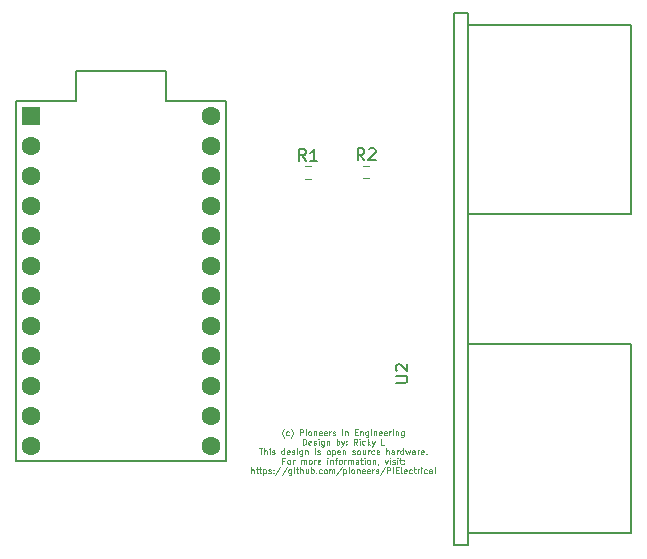
<source format=gbr>
%TF.GenerationSoftware,KiCad,Pcbnew,(6.0.1)*%
%TF.CreationDate,2023-03-08T21:06:12-08:00*%
%TF.ProjectId,Ultrasonic,556c7472-6173-46f6-9e69-632e6b696361,rev?*%
%TF.SameCoordinates,Original*%
%TF.FileFunction,Legend,Top*%
%TF.FilePolarity,Positive*%
%FSLAX46Y46*%
G04 Gerber Fmt 4.6, Leading zero omitted, Abs format (unit mm)*
G04 Created by KiCad (PCBNEW (6.0.1)) date 2023-03-08 21:06:12*
%MOMM*%
%LPD*%
G01*
G04 APERTURE LIST*
%ADD10C,0.125000*%
%ADD11C,0.150000*%
%ADD12C,0.127000*%
%ADD13C,0.120000*%
%ADD14R,1.600000X1.600000*%
%ADD15C,1.600000*%
G04 APERTURE END LIST*
D10*
X153111904Y-104206666D02*
X153088095Y-104182857D01*
X153040476Y-104111428D01*
X153016666Y-104063809D01*
X152992857Y-103992380D01*
X152969047Y-103873333D01*
X152969047Y-103778095D01*
X152992857Y-103659047D01*
X153016666Y-103587619D01*
X153040476Y-103540000D01*
X153088095Y-103468571D01*
X153111904Y-103444761D01*
X153516666Y-103992380D02*
X153469047Y-104016190D01*
X153373809Y-104016190D01*
X153326190Y-103992380D01*
X153302380Y-103968571D01*
X153278571Y-103920952D01*
X153278571Y-103778095D01*
X153302380Y-103730476D01*
X153326190Y-103706666D01*
X153373809Y-103682857D01*
X153469047Y-103682857D01*
X153516666Y-103706666D01*
X153683333Y-104206666D02*
X153707142Y-104182857D01*
X153754761Y-104111428D01*
X153778571Y-104063809D01*
X153802380Y-103992380D01*
X153826190Y-103873333D01*
X153826190Y-103778095D01*
X153802380Y-103659047D01*
X153778571Y-103587619D01*
X153754761Y-103540000D01*
X153707142Y-103468571D01*
X153683333Y-103444761D01*
X154445238Y-104016190D02*
X154445238Y-103516190D01*
X154635714Y-103516190D01*
X154683333Y-103540000D01*
X154707142Y-103563809D01*
X154730952Y-103611428D01*
X154730952Y-103682857D01*
X154707142Y-103730476D01*
X154683333Y-103754285D01*
X154635714Y-103778095D01*
X154445238Y-103778095D01*
X154945238Y-104016190D02*
X154945238Y-103682857D01*
X154945238Y-103516190D02*
X154921428Y-103540000D01*
X154945238Y-103563809D01*
X154969047Y-103540000D01*
X154945238Y-103516190D01*
X154945238Y-103563809D01*
X155254761Y-104016190D02*
X155207142Y-103992380D01*
X155183333Y-103968571D01*
X155159523Y-103920952D01*
X155159523Y-103778095D01*
X155183333Y-103730476D01*
X155207142Y-103706666D01*
X155254761Y-103682857D01*
X155326190Y-103682857D01*
X155373809Y-103706666D01*
X155397619Y-103730476D01*
X155421428Y-103778095D01*
X155421428Y-103920952D01*
X155397619Y-103968571D01*
X155373809Y-103992380D01*
X155326190Y-104016190D01*
X155254761Y-104016190D01*
X155635714Y-103682857D02*
X155635714Y-104016190D01*
X155635714Y-103730476D02*
X155659523Y-103706666D01*
X155707142Y-103682857D01*
X155778571Y-103682857D01*
X155826190Y-103706666D01*
X155850000Y-103754285D01*
X155850000Y-104016190D01*
X156278571Y-103992380D02*
X156230952Y-104016190D01*
X156135714Y-104016190D01*
X156088095Y-103992380D01*
X156064285Y-103944761D01*
X156064285Y-103754285D01*
X156088095Y-103706666D01*
X156135714Y-103682857D01*
X156230952Y-103682857D01*
X156278571Y-103706666D01*
X156302380Y-103754285D01*
X156302380Y-103801904D01*
X156064285Y-103849523D01*
X156707142Y-103992380D02*
X156659523Y-104016190D01*
X156564285Y-104016190D01*
X156516666Y-103992380D01*
X156492857Y-103944761D01*
X156492857Y-103754285D01*
X156516666Y-103706666D01*
X156564285Y-103682857D01*
X156659523Y-103682857D01*
X156707142Y-103706666D01*
X156730952Y-103754285D01*
X156730952Y-103801904D01*
X156492857Y-103849523D01*
X156945238Y-104016190D02*
X156945238Y-103682857D01*
X156945238Y-103778095D02*
X156969047Y-103730476D01*
X156992857Y-103706666D01*
X157040476Y-103682857D01*
X157088095Y-103682857D01*
X157230952Y-103992380D02*
X157278571Y-104016190D01*
X157373809Y-104016190D01*
X157421428Y-103992380D01*
X157445238Y-103944761D01*
X157445238Y-103920952D01*
X157421428Y-103873333D01*
X157373809Y-103849523D01*
X157302380Y-103849523D01*
X157254761Y-103825714D01*
X157230952Y-103778095D01*
X157230952Y-103754285D01*
X157254761Y-103706666D01*
X157302380Y-103682857D01*
X157373809Y-103682857D01*
X157421428Y-103706666D01*
X158040476Y-104016190D02*
X158040476Y-103516190D01*
X158278571Y-103682857D02*
X158278571Y-104016190D01*
X158278571Y-103730476D02*
X158302380Y-103706666D01*
X158350000Y-103682857D01*
X158421428Y-103682857D01*
X158469047Y-103706666D01*
X158492857Y-103754285D01*
X158492857Y-104016190D01*
X159111904Y-103754285D02*
X159278571Y-103754285D01*
X159350000Y-104016190D02*
X159111904Y-104016190D01*
X159111904Y-103516190D01*
X159350000Y-103516190D01*
X159564285Y-103682857D02*
X159564285Y-104016190D01*
X159564285Y-103730476D02*
X159588095Y-103706666D01*
X159635714Y-103682857D01*
X159707142Y-103682857D01*
X159754761Y-103706666D01*
X159778571Y-103754285D01*
X159778571Y-104016190D01*
X160230952Y-103682857D02*
X160230952Y-104087619D01*
X160207142Y-104135238D01*
X160183333Y-104159047D01*
X160135714Y-104182857D01*
X160064285Y-104182857D01*
X160016666Y-104159047D01*
X160230952Y-103992380D02*
X160183333Y-104016190D01*
X160088095Y-104016190D01*
X160040476Y-103992380D01*
X160016666Y-103968571D01*
X159992857Y-103920952D01*
X159992857Y-103778095D01*
X160016666Y-103730476D01*
X160040476Y-103706666D01*
X160088095Y-103682857D01*
X160183333Y-103682857D01*
X160230952Y-103706666D01*
X160469047Y-104016190D02*
X160469047Y-103682857D01*
X160469047Y-103516190D02*
X160445238Y-103540000D01*
X160469047Y-103563809D01*
X160492857Y-103540000D01*
X160469047Y-103516190D01*
X160469047Y-103563809D01*
X160707142Y-103682857D02*
X160707142Y-104016190D01*
X160707142Y-103730476D02*
X160730952Y-103706666D01*
X160778571Y-103682857D01*
X160850000Y-103682857D01*
X160897619Y-103706666D01*
X160921428Y-103754285D01*
X160921428Y-104016190D01*
X161350000Y-103992380D02*
X161302380Y-104016190D01*
X161207142Y-104016190D01*
X161159523Y-103992380D01*
X161135714Y-103944761D01*
X161135714Y-103754285D01*
X161159523Y-103706666D01*
X161207142Y-103682857D01*
X161302380Y-103682857D01*
X161350000Y-103706666D01*
X161373809Y-103754285D01*
X161373809Y-103801904D01*
X161135714Y-103849523D01*
X161778571Y-103992380D02*
X161730952Y-104016190D01*
X161635714Y-104016190D01*
X161588095Y-103992380D01*
X161564285Y-103944761D01*
X161564285Y-103754285D01*
X161588095Y-103706666D01*
X161635714Y-103682857D01*
X161730952Y-103682857D01*
X161778571Y-103706666D01*
X161802380Y-103754285D01*
X161802380Y-103801904D01*
X161564285Y-103849523D01*
X162016666Y-104016190D02*
X162016666Y-103682857D01*
X162016666Y-103778095D02*
X162040476Y-103730476D01*
X162064285Y-103706666D01*
X162111904Y-103682857D01*
X162159523Y-103682857D01*
X162326190Y-104016190D02*
X162326190Y-103682857D01*
X162326190Y-103516190D02*
X162302380Y-103540000D01*
X162326190Y-103563809D01*
X162350000Y-103540000D01*
X162326190Y-103516190D01*
X162326190Y-103563809D01*
X162564285Y-103682857D02*
X162564285Y-104016190D01*
X162564285Y-103730476D02*
X162588095Y-103706666D01*
X162635714Y-103682857D01*
X162707142Y-103682857D01*
X162754761Y-103706666D01*
X162778571Y-103754285D01*
X162778571Y-104016190D01*
X163230952Y-103682857D02*
X163230952Y-104087619D01*
X163207142Y-104135238D01*
X163183333Y-104159047D01*
X163135714Y-104182857D01*
X163064285Y-104182857D01*
X163016666Y-104159047D01*
X163230952Y-103992380D02*
X163183333Y-104016190D01*
X163088095Y-104016190D01*
X163040476Y-103992380D01*
X163016666Y-103968571D01*
X162992857Y-103920952D01*
X162992857Y-103778095D01*
X163016666Y-103730476D01*
X163040476Y-103706666D01*
X163088095Y-103682857D01*
X163183333Y-103682857D01*
X163230952Y-103706666D01*
X154695238Y-104821190D02*
X154695238Y-104321190D01*
X154814285Y-104321190D01*
X154885714Y-104345000D01*
X154933333Y-104392619D01*
X154957142Y-104440238D01*
X154980952Y-104535476D01*
X154980952Y-104606904D01*
X154957142Y-104702142D01*
X154933333Y-104749761D01*
X154885714Y-104797380D01*
X154814285Y-104821190D01*
X154695238Y-104821190D01*
X155385714Y-104797380D02*
X155338095Y-104821190D01*
X155242857Y-104821190D01*
X155195238Y-104797380D01*
X155171428Y-104749761D01*
X155171428Y-104559285D01*
X155195238Y-104511666D01*
X155242857Y-104487857D01*
X155338095Y-104487857D01*
X155385714Y-104511666D01*
X155409523Y-104559285D01*
X155409523Y-104606904D01*
X155171428Y-104654523D01*
X155600000Y-104797380D02*
X155647619Y-104821190D01*
X155742857Y-104821190D01*
X155790476Y-104797380D01*
X155814285Y-104749761D01*
X155814285Y-104725952D01*
X155790476Y-104678333D01*
X155742857Y-104654523D01*
X155671428Y-104654523D01*
X155623809Y-104630714D01*
X155600000Y-104583095D01*
X155600000Y-104559285D01*
X155623809Y-104511666D01*
X155671428Y-104487857D01*
X155742857Y-104487857D01*
X155790476Y-104511666D01*
X156028571Y-104821190D02*
X156028571Y-104487857D01*
X156028571Y-104321190D02*
X156004761Y-104345000D01*
X156028571Y-104368809D01*
X156052380Y-104345000D01*
X156028571Y-104321190D01*
X156028571Y-104368809D01*
X156480952Y-104487857D02*
X156480952Y-104892619D01*
X156457142Y-104940238D01*
X156433333Y-104964047D01*
X156385714Y-104987857D01*
X156314285Y-104987857D01*
X156266666Y-104964047D01*
X156480952Y-104797380D02*
X156433333Y-104821190D01*
X156338095Y-104821190D01*
X156290476Y-104797380D01*
X156266666Y-104773571D01*
X156242857Y-104725952D01*
X156242857Y-104583095D01*
X156266666Y-104535476D01*
X156290476Y-104511666D01*
X156338095Y-104487857D01*
X156433333Y-104487857D01*
X156480952Y-104511666D01*
X156719047Y-104487857D02*
X156719047Y-104821190D01*
X156719047Y-104535476D02*
X156742857Y-104511666D01*
X156790476Y-104487857D01*
X156861904Y-104487857D01*
X156909523Y-104511666D01*
X156933333Y-104559285D01*
X156933333Y-104821190D01*
X157552380Y-104821190D02*
X157552380Y-104321190D01*
X157552380Y-104511666D02*
X157600000Y-104487857D01*
X157695238Y-104487857D01*
X157742857Y-104511666D01*
X157766666Y-104535476D01*
X157790476Y-104583095D01*
X157790476Y-104725952D01*
X157766666Y-104773571D01*
X157742857Y-104797380D01*
X157695238Y-104821190D01*
X157600000Y-104821190D01*
X157552380Y-104797380D01*
X157957142Y-104487857D02*
X158076190Y-104821190D01*
X158195238Y-104487857D02*
X158076190Y-104821190D01*
X158028571Y-104940238D01*
X158004761Y-104964047D01*
X157957142Y-104987857D01*
X158385714Y-104773571D02*
X158409523Y-104797380D01*
X158385714Y-104821190D01*
X158361904Y-104797380D01*
X158385714Y-104773571D01*
X158385714Y-104821190D01*
X158385714Y-104511666D02*
X158409523Y-104535476D01*
X158385714Y-104559285D01*
X158361904Y-104535476D01*
X158385714Y-104511666D01*
X158385714Y-104559285D01*
X159290476Y-104821190D02*
X159123809Y-104583095D01*
X159004761Y-104821190D02*
X159004761Y-104321190D01*
X159195238Y-104321190D01*
X159242857Y-104345000D01*
X159266666Y-104368809D01*
X159290476Y-104416428D01*
X159290476Y-104487857D01*
X159266666Y-104535476D01*
X159242857Y-104559285D01*
X159195238Y-104583095D01*
X159004761Y-104583095D01*
X159504761Y-104821190D02*
X159504761Y-104487857D01*
X159504761Y-104321190D02*
X159480952Y-104345000D01*
X159504761Y-104368809D01*
X159528571Y-104345000D01*
X159504761Y-104321190D01*
X159504761Y-104368809D01*
X159957142Y-104797380D02*
X159909523Y-104821190D01*
X159814285Y-104821190D01*
X159766666Y-104797380D01*
X159742857Y-104773571D01*
X159719047Y-104725952D01*
X159719047Y-104583095D01*
X159742857Y-104535476D01*
X159766666Y-104511666D01*
X159814285Y-104487857D01*
X159909523Y-104487857D01*
X159957142Y-104511666D01*
X160171428Y-104821190D02*
X160171428Y-104321190D01*
X160219047Y-104630714D02*
X160361904Y-104821190D01*
X160361904Y-104487857D02*
X160171428Y-104678333D01*
X160528571Y-104487857D02*
X160647619Y-104821190D01*
X160766666Y-104487857D02*
X160647619Y-104821190D01*
X160600000Y-104940238D01*
X160576190Y-104964047D01*
X160528571Y-104987857D01*
X161576190Y-104821190D02*
X161338095Y-104821190D01*
X161338095Y-104321190D01*
X150980952Y-105126190D02*
X151266666Y-105126190D01*
X151123809Y-105626190D02*
X151123809Y-105126190D01*
X151433333Y-105626190D02*
X151433333Y-105126190D01*
X151647619Y-105626190D02*
X151647619Y-105364285D01*
X151623809Y-105316666D01*
X151576190Y-105292857D01*
X151504761Y-105292857D01*
X151457142Y-105316666D01*
X151433333Y-105340476D01*
X151885714Y-105626190D02*
X151885714Y-105292857D01*
X151885714Y-105126190D02*
X151861904Y-105150000D01*
X151885714Y-105173809D01*
X151909523Y-105150000D01*
X151885714Y-105126190D01*
X151885714Y-105173809D01*
X152100000Y-105602380D02*
X152147619Y-105626190D01*
X152242857Y-105626190D01*
X152290476Y-105602380D01*
X152314285Y-105554761D01*
X152314285Y-105530952D01*
X152290476Y-105483333D01*
X152242857Y-105459523D01*
X152171428Y-105459523D01*
X152123809Y-105435714D01*
X152100000Y-105388095D01*
X152100000Y-105364285D01*
X152123809Y-105316666D01*
X152171428Y-105292857D01*
X152242857Y-105292857D01*
X152290476Y-105316666D01*
X153123809Y-105626190D02*
X153123809Y-105126190D01*
X153123809Y-105602380D02*
X153076190Y-105626190D01*
X152980952Y-105626190D01*
X152933333Y-105602380D01*
X152909523Y-105578571D01*
X152885714Y-105530952D01*
X152885714Y-105388095D01*
X152909523Y-105340476D01*
X152933333Y-105316666D01*
X152980952Y-105292857D01*
X153076190Y-105292857D01*
X153123809Y-105316666D01*
X153552380Y-105602380D02*
X153504761Y-105626190D01*
X153409523Y-105626190D01*
X153361904Y-105602380D01*
X153338095Y-105554761D01*
X153338095Y-105364285D01*
X153361904Y-105316666D01*
X153409523Y-105292857D01*
X153504761Y-105292857D01*
X153552380Y-105316666D01*
X153576190Y-105364285D01*
X153576190Y-105411904D01*
X153338095Y-105459523D01*
X153766666Y-105602380D02*
X153814285Y-105626190D01*
X153909523Y-105626190D01*
X153957142Y-105602380D01*
X153980952Y-105554761D01*
X153980952Y-105530952D01*
X153957142Y-105483333D01*
X153909523Y-105459523D01*
X153838095Y-105459523D01*
X153790476Y-105435714D01*
X153766666Y-105388095D01*
X153766666Y-105364285D01*
X153790476Y-105316666D01*
X153838095Y-105292857D01*
X153909523Y-105292857D01*
X153957142Y-105316666D01*
X154195238Y-105626190D02*
X154195238Y-105292857D01*
X154195238Y-105126190D02*
X154171428Y-105150000D01*
X154195238Y-105173809D01*
X154219047Y-105150000D01*
X154195238Y-105126190D01*
X154195238Y-105173809D01*
X154647619Y-105292857D02*
X154647619Y-105697619D01*
X154623809Y-105745238D01*
X154600000Y-105769047D01*
X154552380Y-105792857D01*
X154480952Y-105792857D01*
X154433333Y-105769047D01*
X154647619Y-105602380D02*
X154600000Y-105626190D01*
X154504761Y-105626190D01*
X154457142Y-105602380D01*
X154433333Y-105578571D01*
X154409523Y-105530952D01*
X154409523Y-105388095D01*
X154433333Y-105340476D01*
X154457142Y-105316666D01*
X154504761Y-105292857D01*
X154600000Y-105292857D01*
X154647619Y-105316666D01*
X154885714Y-105292857D02*
X154885714Y-105626190D01*
X154885714Y-105340476D02*
X154909523Y-105316666D01*
X154957142Y-105292857D01*
X155028571Y-105292857D01*
X155076190Y-105316666D01*
X155100000Y-105364285D01*
X155100000Y-105626190D01*
X155719047Y-105626190D02*
X155719047Y-105292857D01*
X155719047Y-105126190D02*
X155695238Y-105150000D01*
X155719047Y-105173809D01*
X155742857Y-105150000D01*
X155719047Y-105126190D01*
X155719047Y-105173809D01*
X155933333Y-105602380D02*
X155980952Y-105626190D01*
X156076190Y-105626190D01*
X156123809Y-105602380D01*
X156147619Y-105554761D01*
X156147619Y-105530952D01*
X156123809Y-105483333D01*
X156076190Y-105459523D01*
X156004761Y-105459523D01*
X155957142Y-105435714D01*
X155933333Y-105388095D01*
X155933333Y-105364285D01*
X155957142Y-105316666D01*
X156004761Y-105292857D01*
X156076190Y-105292857D01*
X156123809Y-105316666D01*
X156814285Y-105626190D02*
X156766666Y-105602380D01*
X156742857Y-105578571D01*
X156719047Y-105530952D01*
X156719047Y-105388095D01*
X156742857Y-105340476D01*
X156766666Y-105316666D01*
X156814285Y-105292857D01*
X156885714Y-105292857D01*
X156933333Y-105316666D01*
X156957142Y-105340476D01*
X156980952Y-105388095D01*
X156980952Y-105530952D01*
X156957142Y-105578571D01*
X156933333Y-105602380D01*
X156885714Y-105626190D01*
X156814285Y-105626190D01*
X157195238Y-105292857D02*
X157195238Y-105792857D01*
X157195238Y-105316666D02*
X157242857Y-105292857D01*
X157338095Y-105292857D01*
X157385714Y-105316666D01*
X157409523Y-105340476D01*
X157433333Y-105388095D01*
X157433333Y-105530952D01*
X157409523Y-105578571D01*
X157385714Y-105602380D01*
X157338095Y-105626190D01*
X157242857Y-105626190D01*
X157195238Y-105602380D01*
X157838095Y-105602380D02*
X157790476Y-105626190D01*
X157695238Y-105626190D01*
X157647619Y-105602380D01*
X157623809Y-105554761D01*
X157623809Y-105364285D01*
X157647619Y-105316666D01*
X157695238Y-105292857D01*
X157790476Y-105292857D01*
X157838095Y-105316666D01*
X157861904Y-105364285D01*
X157861904Y-105411904D01*
X157623809Y-105459523D01*
X158076190Y-105292857D02*
X158076190Y-105626190D01*
X158076190Y-105340476D02*
X158100000Y-105316666D01*
X158147619Y-105292857D01*
X158219047Y-105292857D01*
X158266666Y-105316666D01*
X158290476Y-105364285D01*
X158290476Y-105626190D01*
X158885714Y-105602380D02*
X158933333Y-105626190D01*
X159028571Y-105626190D01*
X159076190Y-105602380D01*
X159100000Y-105554761D01*
X159100000Y-105530952D01*
X159076190Y-105483333D01*
X159028571Y-105459523D01*
X158957142Y-105459523D01*
X158909523Y-105435714D01*
X158885714Y-105388095D01*
X158885714Y-105364285D01*
X158909523Y-105316666D01*
X158957142Y-105292857D01*
X159028571Y-105292857D01*
X159076190Y-105316666D01*
X159385714Y-105626190D02*
X159338095Y-105602380D01*
X159314285Y-105578571D01*
X159290476Y-105530952D01*
X159290476Y-105388095D01*
X159314285Y-105340476D01*
X159338095Y-105316666D01*
X159385714Y-105292857D01*
X159457142Y-105292857D01*
X159504761Y-105316666D01*
X159528571Y-105340476D01*
X159552380Y-105388095D01*
X159552380Y-105530952D01*
X159528571Y-105578571D01*
X159504761Y-105602380D01*
X159457142Y-105626190D01*
X159385714Y-105626190D01*
X159980952Y-105292857D02*
X159980952Y-105626190D01*
X159766666Y-105292857D02*
X159766666Y-105554761D01*
X159790476Y-105602380D01*
X159838095Y-105626190D01*
X159909523Y-105626190D01*
X159957142Y-105602380D01*
X159980952Y-105578571D01*
X160219047Y-105626190D02*
X160219047Y-105292857D01*
X160219047Y-105388095D02*
X160242857Y-105340476D01*
X160266666Y-105316666D01*
X160314285Y-105292857D01*
X160361904Y-105292857D01*
X160742857Y-105602380D02*
X160695238Y-105626190D01*
X160600000Y-105626190D01*
X160552380Y-105602380D01*
X160528571Y-105578571D01*
X160504761Y-105530952D01*
X160504761Y-105388095D01*
X160528571Y-105340476D01*
X160552380Y-105316666D01*
X160600000Y-105292857D01*
X160695238Y-105292857D01*
X160742857Y-105316666D01*
X161147619Y-105602380D02*
X161100000Y-105626190D01*
X161004761Y-105626190D01*
X160957142Y-105602380D01*
X160933333Y-105554761D01*
X160933333Y-105364285D01*
X160957142Y-105316666D01*
X161004761Y-105292857D01*
X161100000Y-105292857D01*
X161147619Y-105316666D01*
X161171428Y-105364285D01*
X161171428Y-105411904D01*
X160933333Y-105459523D01*
X161766666Y-105626190D02*
X161766666Y-105126190D01*
X161980952Y-105626190D02*
X161980952Y-105364285D01*
X161957142Y-105316666D01*
X161909523Y-105292857D01*
X161838095Y-105292857D01*
X161790476Y-105316666D01*
X161766666Y-105340476D01*
X162433333Y-105626190D02*
X162433333Y-105364285D01*
X162409523Y-105316666D01*
X162361904Y-105292857D01*
X162266666Y-105292857D01*
X162219047Y-105316666D01*
X162433333Y-105602380D02*
X162385714Y-105626190D01*
X162266666Y-105626190D01*
X162219047Y-105602380D01*
X162195238Y-105554761D01*
X162195238Y-105507142D01*
X162219047Y-105459523D01*
X162266666Y-105435714D01*
X162385714Y-105435714D01*
X162433333Y-105411904D01*
X162671428Y-105626190D02*
X162671428Y-105292857D01*
X162671428Y-105388095D02*
X162695238Y-105340476D01*
X162719047Y-105316666D01*
X162766666Y-105292857D01*
X162814285Y-105292857D01*
X163195238Y-105626190D02*
X163195238Y-105126190D01*
X163195238Y-105602380D02*
X163147619Y-105626190D01*
X163052380Y-105626190D01*
X163004761Y-105602380D01*
X162980952Y-105578571D01*
X162957142Y-105530952D01*
X162957142Y-105388095D01*
X162980952Y-105340476D01*
X163004761Y-105316666D01*
X163052380Y-105292857D01*
X163147619Y-105292857D01*
X163195238Y-105316666D01*
X163385714Y-105292857D02*
X163480952Y-105626190D01*
X163576190Y-105388095D01*
X163671428Y-105626190D01*
X163766666Y-105292857D01*
X164171428Y-105626190D02*
X164171428Y-105364285D01*
X164147619Y-105316666D01*
X164100000Y-105292857D01*
X164004761Y-105292857D01*
X163957142Y-105316666D01*
X164171428Y-105602380D02*
X164123809Y-105626190D01*
X164004761Y-105626190D01*
X163957142Y-105602380D01*
X163933333Y-105554761D01*
X163933333Y-105507142D01*
X163957142Y-105459523D01*
X164004761Y-105435714D01*
X164123809Y-105435714D01*
X164171428Y-105411904D01*
X164409523Y-105626190D02*
X164409523Y-105292857D01*
X164409523Y-105388095D02*
X164433333Y-105340476D01*
X164457142Y-105316666D01*
X164504761Y-105292857D01*
X164552380Y-105292857D01*
X164909523Y-105602380D02*
X164861904Y-105626190D01*
X164766666Y-105626190D01*
X164719047Y-105602380D01*
X164695238Y-105554761D01*
X164695238Y-105364285D01*
X164719047Y-105316666D01*
X164766666Y-105292857D01*
X164861904Y-105292857D01*
X164909523Y-105316666D01*
X164933333Y-105364285D01*
X164933333Y-105411904D01*
X164695238Y-105459523D01*
X165147619Y-105578571D02*
X165171428Y-105602380D01*
X165147619Y-105626190D01*
X165123809Y-105602380D01*
X165147619Y-105578571D01*
X165147619Y-105626190D01*
X153135714Y-106169285D02*
X152969047Y-106169285D01*
X152969047Y-106431190D02*
X152969047Y-105931190D01*
X153207142Y-105931190D01*
X153469047Y-106431190D02*
X153421428Y-106407380D01*
X153397619Y-106383571D01*
X153373809Y-106335952D01*
X153373809Y-106193095D01*
X153397619Y-106145476D01*
X153421428Y-106121666D01*
X153469047Y-106097857D01*
X153540476Y-106097857D01*
X153588095Y-106121666D01*
X153611904Y-106145476D01*
X153635714Y-106193095D01*
X153635714Y-106335952D01*
X153611904Y-106383571D01*
X153588095Y-106407380D01*
X153540476Y-106431190D01*
X153469047Y-106431190D01*
X153850000Y-106431190D02*
X153850000Y-106097857D01*
X153850000Y-106193095D02*
X153873809Y-106145476D01*
X153897619Y-106121666D01*
X153945238Y-106097857D01*
X153992857Y-106097857D01*
X154540476Y-106431190D02*
X154540476Y-106097857D01*
X154540476Y-106145476D02*
X154564285Y-106121666D01*
X154611904Y-106097857D01*
X154683333Y-106097857D01*
X154730952Y-106121666D01*
X154754761Y-106169285D01*
X154754761Y-106431190D01*
X154754761Y-106169285D02*
X154778571Y-106121666D01*
X154826190Y-106097857D01*
X154897619Y-106097857D01*
X154945238Y-106121666D01*
X154969047Y-106169285D01*
X154969047Y-106431190D01*
X155278571Y-106431190D02*
X155230952Y-106407380D01*
X155207142Y-106383571D01*
X155183333Y-106335952D01*
X155183333Y-106193095D01*
X155207142Y-106145476D01*
X155230952Y-106121666D01*
X155278571Y-106097857D01*
X155350000Y-106097857D01*
X155397619Y-106121666D01*
X155421428Y-106145476D01*
X155445238Y-106193095D01*
X155445238Y-106335952D01*
X155421428Y-106383571D01*
X155397619Y-106407380D01*
X155350000Y-106431190D01*
X155278571Y-106431190D01*
X155659523Y-106431190D02*
X155659523Y-106097857D01*
X155659523Y-106193095D02*
X155683333Y-106145476D01*
X155707142Y-106121666D01*
X155754761Y-106097857D01*
X155802380Y-106097857D01*
X156159523Y-106407380D02*
X156111904Y-106431190D01*
X156016666Y-106431190D01*
X155969047Y-106407380D01*
X155945238Y-106359761D01*
X155945238Y-106169285D01*
X155969047Y-106121666D01*
X156016666Y-106097857D01*
X156111904Y-106097857D01*
X156159523Y-106121666D01*
X156183333Y-106169285D01*
X156183333Y-106216904D01*
X155945238Y-106264523D01*
X156778571Y-106431190D02*
X156778571Y-106097857D01*
X156778571Y-105931190D02*
X156754761Y-105955000D01*
X156778571Y-105978809D01*
X156802380Y-105955000D01*
X156778571Y-105931190D01*
X156778571Y-105978809D01*
X157016666Y-106097857D02*
X157016666Y-106431190D01*
X157016666Y-106145476D02*
X157040476Y-106121666D01*
X157088095Y-106097857D01*
X157159523Y-106097857D01*
X157207142Y-106121666D01*
X157230952Y-106169285D01*
X157230952Y-106431190D01*
X157397619Y-106097857D02*
X157588095Y-106097857D01*
X157469047Y-106431190D02*
X157469047Y-106002619D01*
X157492857Y-105955000D01*
X157540476Y-105931190D01*
X157588095Y-105931190D01*
X157826190Y-106431190D02*
X157778571Y-106407380D01*
X157754761Y-106383571D01*
X157730952Y-106335952D01*
X157730952Y-106193095D01*
X157754761Y-106145476D01*
X157778571Y-106121666D01*
X157826190Y-106097857D01*
X157897619Y-106097857D01*
X157945238Y-106121666D01*
X157969047Y-106145476D01*
X157992857Y-106193095D01*
X157992857Y-106335952D01*
X157969047Y-106383571D01*
X157945238Y-106407380D01*
X157897619Y-106431190D01*
X157826190Y-106431190D01*
X158207142Y-106431190D02*
X158207142Y-106097857D01*
X158207142Y-106193095D02*
X158230952Y-106145476D01*
X158254761Y-106121666D01*
X158302380Y-106097857D01*
X158350000Y-106097857D01*
X158516666Y-106431190D02*
X158516666Y-106097857D01*
X158516666Y-106145476D02*
X158540476Y-106121666D01*
X158588095Y-106097857D01*
X158659523Y-106097857D01*
X158707142Y-106121666D01*
X158730952Y-106169285D01*
X158730952Y-106431190D01*
X158730952Y-106169285D02*
X158754761Y-106121666D01*
X158802380Y-106097857D01*
X158873809Y-106097857D01*
X158921428Y-106121666D01*
X158945238Y-106169285D01*
X158945238Y-106431190D01*
X159397619Y-106431190D02*
X159397619Y-106169285D01*
X159373809Y-106121666D01*
X159326190Y-106097857D01*
X159230952Y-106097857D01*
X159183333Y-106121666D01*
X159397619Y-106407380D02*
X159350000Y-106431190D01*
X159230952Y-106431190D01*
X159183333Y-106407380D01*
X159159523Y-106359761D01*
X159159523Y-106312142D01*
X159183333Y-106264523D01*
X159230952Y-106240714D01*
X159350000Y-106240714D01*
X159397619Y-106216904D01*
X159564285Y-106097857D02*
X159754761Y-106097857D01*
X159635714Y-105931190D02*
X159635714Y-106359761D01*
X159659523Y-106407380D01*
X159707142Y-106431190D01*
X159754761Y-106431190D01*
X159921428Y-106431190D02*
X159921428Y-106097857D01*
X159921428Y-105931190D02*
X159897619Y-105955000D01*
X159921428Y-105978809D01*
X159945238Y-105955000D01*
X159921428Y-105931190D01*
X159921428Y-105978809D01*
X160230952Y-106431190D02*
X160183333Y-106407380D01*
X160159523Y-106383571D01*
X160135714Y-106335952D01*
X160135714Y-106193095D01*
X160159523Y-106145476D01*
X160183333Y-106121666D01*
X160230952Y-106097857D01*
X160302380Y-106097857D01*
X160350000Y-106121666D01*
X160373809Y-106145476D01*
X160397619Y-106193095D01*
X160397619Y-106335952D01*
X160373809Y-106383571D01*
X160350000Y-106407380D01*
X160302380Y-106431190D01*
X160230952Y-106431190D01*
X160611904Y-106097857D02*
X160611904Y-106431190D01*
X160611904Y-106145476D02*
X160635714Y-106121666D01*
X160683333Y-106097857D01*
X160754761Y-106097857D01*
X160802380Y-106121666D01*
X160826190Y-106169285D01*
X160826190Y-106431190D01*
X161088095Y-106407380D02*
X161088095Y-106431190D01*
X161064285Y-106478809D01*
X161040476Y-106502619D01*
X161635714Y-106097857D02*
X161754761Y-106431190D01*
X161873809Y-106097857D01*
X162064285Y-106431190D02*
X162064285Y-106097857D01*
X162064285Y-105931190D02*
X162040476Y-105955000D01*
X162064285Y-105978809D01*
X162088095Y-105955000D01*
X162064285Y-105931190D01*
X162064285Y-105978809D01*
X162278571Y-106407380D02*
X162326190Y-106431190D01*
X162421428Y-106431190D01*
X162469047Y-106407380D01*
X162492857Y-106359761D01*
X162492857Y-106335952D01*
X162469047Y-106288333D01*
X162421428Y-106264523D01*
X162350000Y-106264523D01*
X162302380Y-106240714D01*
X162278571Y-106193095D01*
X162278571Y-106169285D01*
X162302380Y-106121666D01*
X162350000Y-106097857D01*
X162421428Y-106097857D01*
X162469047Y-106121666D01*
X162707142Y-106431190D02*
X162707142Y-106097857D01*
X162707142Y-105931190D02*
X162683333Y-105955000D01*
X162707142Y-105978809D01*
X162730952Y-105955000D01*
X162707142Y-105931190D01*
X162707142Y-105978809D01*
X162873809Y-106097857D02*
X163064285Y-106097857D01*
X162945238Y-105931190D02*
X162945238Y-106359761D01*
X162969047Y-106407380D01*
X163016666Y-106431190D01*
X163064285Y-106431190D01*
X163230952Y-106383571D02*
X163254761Y-106407380D01*
X163230952Y-106431190D01*
X163207142Y-106407380D01*
X163230952Y-106383571D01*
X163230952Y-106431190D01*
X163230952Y-106121666D02*
X163254761Y-106145476D01*
X163230952Y-106169285D01*
X163207142Y-106145476D01*
X163230952Y-106121666D01*
X163230952Y-106169285D01*
X150326190Y-107236190D02*
X150326190Y-106736190D01*
X150540476Y-107236190D02*
X150540476Y-106974285D01*
X150516666Y-106926666D01*
X150469047Y-106902857D01*
X150397619Y-106902857D01*
X150350000Y-106926666D01*
X150326190Y-106950476D01*
X150707142Y-106902857D02*
X150897619Y-106902857D01*
X150778571Y-106736190D02*
X150778571Y-107164761D01*
X150802380Y-107212380D01*
X150850000Y-107236190D01*
X150897619Y-107236190D01*
X150992857Y-106902857D02*
X151183333Y-106902857D01*
X151064285Y-106736190D02*
X151064285Y-107164761D01*
X151088095Y-107212380D01*
X151135714Y-107236190D01*
X151183333Y-107236190D01*
X151350000Y-106902857D02*
X151350000Y-107402857D01*
X151350000Y-106926666D02*
X151397619Y-106902857D01*
X151492857Y-106902857D01*
X151540476Y-106926666D01*
X151564285Y-106950476D01*
X151588095Y-106998095D01*
X151588095Y-107140952D01*
X151564285Y-107188571D01*
X151540476Y-107212380D01*
X151492857Y-107236190D01*
X151397619Y-107236190D01*
X151350000Y-107212380D01*
X151778571Y-107212380D02*
X151826190Y-107236190D01*
X151921428Y-107236190D01*
X151969047Y-107212380D01*
X151992857Y-107164761D01*
X151992857Y-107140952D01*
X151969047Y-107093333D01*
X151921428Y-107069523D01*
X151850000Y-107069523D01*
X151802380Y-107045714D01*
X151778571Y-106998095D01*
X151778571Y-106974285D01*
X151802380Y-106926666D01*
X151850000Y-106902857D01*
X151921428Y-106902857D01*
X151969047Y-106926666D01*
X152207142Y-107188571D02*
X152230952Y-107212380D01*
X152207142Y-107236190D01*
X152183333Y-107212380D01*
X152207142Y-107188571D01*
X152207142Y-107236190D01*
X152207142Y-106926666D02*
X152230952Y-106950476D01*
X152207142Y-106974285D01*
X152183333Y-106950476D01*
X152207142Y-106926666D01*
X152207142Y-106974285D01*
X152802380Y-106712380D02*
X152373809Y-107355238D01*
X153326190Y-106712380D02*
X152897619Y-107355238D01*
X153707142Y-106902857D02*
X153707142Y-107307619D01*
X153683333Y-107355238D01*
X153659523Y-107379047D01*
X153611904Y-107402857D01*
X153540476Y-107402857D01*
X153492857Y-107379047D01*
X153707142Y-107212380D02*
X153659523Y-107236190D01*
X153564285Y-107236190D01*
X153516666Y-107212380D01*
X153492857Y-107188571D01*
X153469047Y-107140952D01*
X153469047Y-106998095D01*
X153492857Y-106950476D01*
X153516666Y-106926666D01*
X153564285Y-106902857D01*
X153659523Y-106902857D01*
X153707142Y-106926666D01*
X153945238Y-107236190D02*
X153945238Y-106902857D01*
X153945238Y-106736190D02*
X153921428Y-106760000D01*
X153945238Y-106783809D01*
X153969047Y-106760000D01*
X153945238Y-106736190D01*
X153945238Y-106783809D01*
X154111904Y-106902857D02*
X154302380Y-106902857D01*
X154183333Y-106736190D02*
X154183333Y-107164761D01*
X154207142Y-107212380D01*
X154254761Y-107236190D01*
X154302380Y-107236190D01*
X154469047Y-107236190D02*
X154469047Y-106736190D01*
X154683333Y-107236190D02*
X154683333Y-106974285D01*
X154659523Y-106926666D01*
X154611904Y-106902857D01*
X154540476Y-106902857D01*
X154492857Y-106926666D01*
X154469047Y-106950476D01*
X155135714Y-106902857D02*
X155135714Y-107236190D01*
X154921428Y-106902857D02*
X154921428Y-107164761D01*
X154945238Y-107212380D01*
X154992857Y-107236190D01*
X155064285Y-107236190D01*
X155111904Y-107212380D01*
X155135714Y-107188571D01*
X155373809Y-107236190D02*
X155373809Y-106736190D01*
X155373809Y-106926666D02*
X155421428Y-106902857D01*
X155516666Y-106902857D01*
X155564285Y-106926666D01*
X155588095Y-106950476D01*
X155611904Y-106998095D01*
X155611904Y-107140952D01*
X155588095Y-107188571D01*
X155564285Y-107212380D01*
X155516666Y-107236190D01*
X155421428Y-107236190D01*
X155373809Y-107212380D01*
X155826190Y-107188571D02*
X155850000Y-107212380D01*
X155826190Y-107236190D01*
X155802380Y-107212380D01*
X155826190Y-107188571D01*
X155826190Y-107236190D01*
X156278571Y-107212380D02*
X156230952Y-107236190D01*
X156135714Y-107236190D01*
X156088095Y-107212380D01*
X156064285Y-107188571D01*
X156040476Y-107140952D01*
X156040476Y-106998095D01*
X156064285Y-106950476D01*
X156088095Y-106926666D01*
X156135714Y-106902857D01*
X156230952Y-106902857D01*
X156278571Y-106926666D01*
X156564285Y-107236190D02*
X156516666Y-107212380D01*
X156492857Y-107188571D01*
X156469047Y-107140952D01*
X156469047Y-106998095D01*
X156492857Y-106950476D01*
X156516666Y-106926666D01*
X156564285Y-106902857D01*
X156635714Y-106902857D01*
X156683333Y-106926666D01*
X156707142Y-106950476D01*
X156730952Y-106998095D01*
X156730952Y-107140952D01*
X156707142Y-107188571D01*
X156683333Y-107212380D01*
X156635714Y-107236190D01*
X156564285Y-107236190D01*
X156945238Y-107236190D02*
X156945238Y-106902857D01*
X156945238Y-106950476D02*
X156969047Y-106926666D01*
X157016666Y-106902857D01*
X157088095Y-106902857D01*
X157135714Y-106926666D01*
X157159523Y-106974285D01*
X157159523Y-107236190D01*
X157159523Y-106974285D02*
X157183333Y-106926666D01*
X157230952Y-106902857D01*
X157302380Y-106902857D01*
X157350000Y-106926666D01*
X157373809Y-106974285D01*
X157373809Y-107236190D01*
X157969047Y-106712380D02*
X157540476Y-107355238D01*
X158135714Y-106902857D02*
X158135714Y-107402857D01*
X158135714Y-106926666D02*
X158183333Y-106902857D01*
X158278571Y-106902857D01*
X158326190Y-106926666D01*
X158350000Y-106950476D01*
X158373809Y-106998095D01*
X158373809Y-107140952D01*
X158350000Y-107188571D01*
X158326190Y-107212380D01*
X158278571Y-107236190D01*
X158183333Y-107236190D01*
X158135714Y-107212380D01*
X158588095Y-107236190D02*
X158588095Y-106902857D01*
X158588095Y-106736190D02*
X158564285Y-106760000D01*
X158588095Y-106783809D01*
X158611904Y-106760000D01*
X158588095Y-106736190D01*
X158588095Y-106783809D01*
X158897619Y-107236190D02*
X158850000Y-107212380D01*
X158826190Y-107188571D01*
X158802380Y-107140952D01*
X158802380Y-106998095D01*
X158826190Y-106950476D01*
X158850000Y-106926666D01*
X158897619Y-106902857D01*
X158969047Y-106902857D01*
X159016666Y-106926666D01*
X159040476Y-106950476D01*
X159064285Y-106998095D01*
X159064285Y-107140952D01*
X159040476Y-107188571D01*
X159016666Y-107212380D01*
X158969047Y-107236190D01*
X158897619Y-107236190D01*
X159278571Y-106902857D02*
X159278571Y-107236190D01*
X159278571Y-106950476D02*
X159302380Y-106926666D01*
X159350000Y-106902857D01*
X159421428Y-106902857D01*
X159469047Y-106926666D01*
X159492857Y-106974285D01*
X159492857Y-107236190D01*
X159921428Y-107212380D02*
X159873809Y-107236190D01*
X159778571Y-107236190D01*
X159730952Y-107212380D01*
X159707142Y-107164761D01*
X159707142Y-106974285D01*
X159730952Y-106926666D01*
X159778571Y-106902857D01*
X159873809Y-106902857D01*
X159921428Y-106926666D01*
X159945238Y-106974285D01*
X159945238Y-107021904D01*
X159707142Y-107069523D01*
X160350000Y-107212380D02*
X160302380Y-107236190D01*
X160207142Y-107236190D01*
X160159523Y-107212380D01*
X160135714Y-107164761D01*
X160135714Y-106974285D01*
X160159523Y-106926666D01*
X160207142Y-106902857D01*
X160302380Y-106902857D01*
X160350000Y-106926666D01*
X160373809Y-106974285D01*
X160373809Y-107021904D01*
X160135714Y-107069523D01*
X160588095Y-107236190D02*
X160588095Y-106902857D01*
X160588095Y-106998095D02*
X160611904Y-106950476D01*
X160635714Y-106926666D01*
X160683333Y-106902857D01*
X160730952Y-106902857D01*
X160873809Y-107212380D02*
X160921428Y-107236190D01*
X161016666Y-107236190D01*
X161064285Y-107212380D01*
X161088095Y-107164761D01*
X161088095Y-107140952D01*
X161064285Y-107093333D01*
X161016666Y-107069523D01*
X160945238Y-107069523D01*
X160897619Y-107045714D01*
X160873809Y-106998095D01*
X160873809Y-106974285D01*
X160897619Y-106926666D01*
X160945238Y-106902857D01*
X161016666Y-106902857D01*
X161064285Y-106926666D01*
X161659523Y-106712380D02*
X161230952Y-107355238D01*
X161826190Y-107236190D02*
X161826190Y-106736190D01*
X162016666Y-106736190D01*
X162064285Y-106760000D01*
X162088095Y-106783809D01*
X162111904Y-106831428D01*
X162111904Y-106902857D01*
X162088095Y-106950476D01*
X162064285Y-106974285D01*
X162016666Y-106998095D01*
X161826190Y-106998095D01*
X162326190Y-107236190D02*
X162326190Y-106902857D01*
X162326190Y-106736190D02*
X162302380Y-106760000D01*
X162326190Y-106783809D01*
X162350000Y-106760000D01*
X162326190Y-106736190D01*
X162326190Y-106783809D01*
X162564285Y-106974285D02*
X162730952Y-106974285D01*
X162802380Y-107236190D02*
X162564285Y-107236190D01*
X162564285Y-106736190D01*
X162802380Y-106736190D01*
X163088095Y-107236190D02*
X163040476Y-107212380D01*
X163016666Y-107164761D01*
X163016666Y-106736190D01*
X163469047Y-107212380D02*
X163421428Y-107236190D01*
X163326190Y-107236190D01*
X163278571Y-107212380D01*
X163254761Y-107164761D01*
X163254761Y-106974285D01*
X163278571Y-106926666D01*
X163326190Y-106902857D01*
X163421428Y-106902857D01*
X163469047Y-106926666D01*
X163492857Y-106974285D01*
X163492857Y-107021904D01*
X163254761Y-107069523D01*
X163921428Y-107212380D02*
X163873809Y-107236190D01*
X163778571Y-107236190D01*
X163730952Y-107212380D01*
X163707142Y-107188571D01*
X163683333Y-107140952D01*
X163683333Y-106998095D01*
X163707142Y-106950476D01*
X163730952Y-106926666D01*
X163778571Y-106902857D01*
X163873809Y-106902857D01*
X163921428Y-106926666D01*
X164064285Y-106902857D02*
X164254761Y-106902857D01*
X164135714Y-106736190D02*
X164135714Y-107164761D01*
X164159523Y-107212380D01*
X164207142Y-107236190D01*
X164254761Y-107236190D01*
X164421428Y-107236190D02*
X164421428Y-106902857D01*
X164421428Y-106998095D02*
X164445238Y-106950476D01*
X164469047Y-106926666D01*
X164516666Y-106902857D01*
X164564285Y-106902857D01*
X164730952Y-107236190D02*
X164730952Y-106902857D01*
X164730952Y-106736190D02*
X164707142Y-106760000D01*
X164730952Y-106783809D01*
X164754761Y-106760000D01*
X164730952Y-106736190D01*
X164730952Y-106783809D01*
X165183333Y-107212380D02*
X165135714Y-107236190D01*
X165040476Y-107236190D01*
X164992857Y-107212380D01*
X164969047Y-107188571D01*
X164945238Y-107140952D01*
X164945238Y-106998095D01*
X164969047Y-106950476D01*
X164992857Y-106926666D01*
X165040476Y-106902857D01*
X165135714Y-106902857D01*
X165183333Y-106926666D01*
X165611904Y-107236190D02*
X165611904Y-106974285D01*
X165588095Y-106926666D01*
X165540476Y-106902857D01*
X165445238Y-106902857D01*
X165397619Y-106926666D01*
X165611904Y-107212380D02*
X165564285Y-107236190D01*
X165445238Y-107236190D01*
X165397619Y-107212380D01*
X165373809Y-107164761D01*
X165373809Y-107117142D01*
X165397619Y-107069523D01*
X165445238Y-107045714D01*
X165564285Y-107045714D01*
X165611904Y-107021904D01*
X165921428Y-107236190D02*
X165873809Y-107212380D01*
X165850000Y-107164761D01*
X165850000Y-106736190D01*
D11*
%TO.C,U2*%
X162552096Y-99562300D02*
X163362040Y-99562300D01*
X163457328Y-99514657D01*
X163504972Y-99467013D01*
X163552616Y-99371725D01*
X163552616Y-99181150D01*
X163504972Y-99085862D01*
X163457328Y-99038219D01*
X163362040Y-98990575D01*
X162552096Y-98990575D01*
X162647383Y-98561780D02*
X162599740Y-98514137D01*
X162552096Y-98418849D01*
X162552096Y-98180630D01*
X162599740Y-98085342D01*
X162647383Y-98037699D01*
X162742671Y-97990055D01*
X162837959Y-97990055D01*
X162980890Y-98037699D01*
X163552616Y-98609424D01*
X163552616Y-97990055D01*
%TO.C,R2*%
X159908333Y-80722380D02*
X159575000Y-80246190D01*
X159336904Y-80722380D02*
X159336904Y-79722380D01*
X159717857Y-79722380D01*
X159813095Y-79770000D01*
X159860714Y-79817619D01*
X159908333Y-79912857D01*
X159908333Y-80055714D01*
X159860714Y-80150952D01*
X159813095Y-80198571D01*
X159717857Y-80246190D01*
X159336904Y-80246190D01*
X160289285Y-79817619D02*
X160336904Y-79770000D01*
X160432142Y-79722380D01*
X160670238Y-79722380D01*
X160765476Y-79770000D01*
X160813095Y-79817619D01*
X160860714Y-79912857D01*
X160860714Y-80008095D01*
X160813095Y-80150952D01*
X160241666Y-80722380D01*
X160860714Y-80722380D01*
%TO.C,R1*%
X154958333Y-80797380D02*
X154625000Y-80321190D01*
X154386904Y-80797380D02*
X154386904Y-79797380D01*
X154767857Y-79797380D01*
X154863095Y-79845000D01*
X154910714Y-79892619D01*
X154958333Y-79987857D01*
X154958333Y-80130714D01*
X154910714Y-80225952D01*
X154863095Y-80273571D01*
X154767857Y-80321190D01*
X154386904Y-80321190D01*
X155910714Y-80797380D02*
X155339285Y-80797380D01*
X155625000Y-80797380D02*
X155625000Y-79797380D01*
X155529761Y-79940238D01*
X155434523Y-80035476D01*
X155339285Y-80083095D01*
D12*
%TO.C,U2*%
X167520000Y-68300000D02*
X168720000Y-68300000D01*
X182520000Y-112300000D02*
X182520000Y-96300000D01*
X168720000Y-69300000D02*
X182520000Y-69300000D01*
X182520000Y-85300000D02*
X182520000Y-69300000D01*
X168720000Y-69300000D02*
X168720000Y-85300000D01*
X168720000Y-85300000D02*
X182520000Y-85300000D01*
X168720000Y-68300000D02*
X168720000Y-69300000D01*
X168720000Y-113300000D02*
X167520000Y-113300000D01*
X168720000Y-85300000D02*
X168720000Y-96300000D01*
X168720000Y-112300000D02*
X168720000Y-113300000D01*
X168720000Y-96300000D02*
X168720000Y-112300000D01*
X168720000Y-112300000D02*
X182520000Y-112300000D01*
X168720000Y-96300000D02*
X182520000Y-96300000D01*
X167520000Y-113300000D02*
X167520000Y-68300000D01*
D13*
%TO.C,R2*%
X159820276Y-82222500D02*
X160329724Y-82222500D01*
X159820276Y-81177500D02*
X160329724Y-81177500D01*
D11*
%TO.C,U1*%
X135515000Y-73170000D02*
X143135000Y-73170000D01*
X148215000Y-75710000D02*
X148215000Y-106190000D01*
X130435000Y-75710000D02*
X130435000Y-106190000D01*
X130435000Y-75710000D02*
X135515000Y-75710000D01*
X143135000Y-75710000D02*
X148215000Y-75710000D01*
X148215000Y-106190000D02*
X130435000Y-106190000D01*
X135515000Y-75710000D02*
X135515000Y-73170000D01*
X143135000Y-73170000D02*
X143135000Y-75710000D01*
D13*
%TO.C,R1*%
X154870276Y-82297500D02*
X155379724Y-82297500D01*
X154870276Y-81252500D02*
X155379724Y-81252500D01*
%TD*%
D14*
%TO.C,U1*%
X131705000Y-76980000D03*
D15*
X131705000Y-79520000D03*
X131705000Y-82060000D03*
X131705000Y-84600000D03*
X131705000Y-87140000D03*
X131705000Y-89680000D03*
X131705000Y-92220000D03*
X131705000Y-94760000D03*
X131705000Y-97300000D03*
X131705000Y-99840000D03*
X131705000Y-102380000D03*
X131705000Y-104920000D03*
X146945000Y-104920000D03*
X146945000Y-102380000D03*
X146945000Y-99840000D03*
X146945000Y-97300000D03*
X146945000Y-94760000D03*
X146945000Y-92220000D03*
X146945000Y-89680000D03*
X146945000Y-87140000D03*
X146945000Y-84600000D03*
X146945000Y-82060000D03*
X146945000Y-79520000D03*
X146945000Y-76980000D03*
%TD*%
M02*

</source>
